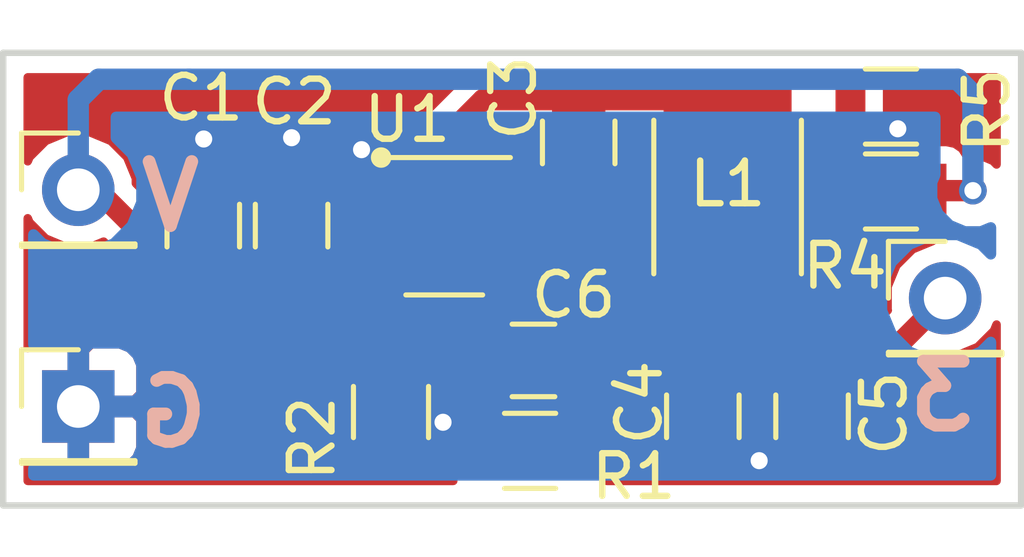
<source format=kicad_pcb>
(kicad_pcb (version 4) (host pcbnew 4.0.6-e0-6349~53~ubuntu16.04.1)

  (general
    (links 24)
    (no_connects 0)
    (area 130.044999 71.254999 154.055001 82.015001)
    (thickness 1.6)
    (drawings 7)
    (tracks 81)
    (zones 0)
    (modules 15)
    (nets 8)
  )

  (page A4)
  (layers
    (0 F.Cu signal)
    (31 B.Cu signal hide)
    (32 B.Adhes user)
    (33 F.Adhes user)
    (34 B.Paste user)
    (35 F.Paste user)
    (36 B.SilkS user)
    (37 F.SilkS user)
    (38 B.Mask user)
    (39 F.Mask user)
    (40 Dwgs.User user)
    (41 Cmts.User user)
    (42 Eco1.User user)
    (43 Eco2.User user)
    (44 Edge.Cuts user)
    (45 Margin user)
    (46 B.CrtYd user)
    (47 F.CrtYd user)
    (48 B.Fab user)
    (49 F.Fab user hide)
  )

  (setup
    (last_trace_width 0.5)
    (trace_clearance 0.2)
    (zone_clearance 0.4)
    (zone_45_only no)
    (trace_min 0.2)
    (segment_width 0.2)
    (edge_width 0.15)
    (via_size 0.65)
    (via_drill 0.4)
    (via_min_size 0.4)
    (via_min_drill 0.3)
    (uvia_size 0.3)
    (uvia_drill 0.1)
    (uvias_allowed no)
    (uvia_min_size 0.2)
    (uvia_min_drill 0.1)
    (pcb_text_width 0.3)
    (pcb_text_size 1.5 1.5)
    (mod_edge_width 0.15)
    (mod_text_size 1 1)
    (mod_text_width 0.15)
    (pad_size 1.7 1.7)
    (pad_drill 1)
    (pad_to_mask_clearance 0)
    (aux_axis_origin 0 0)
    (visible_elements FFFFFF7F)
    (pcbplotparams
      (layerselection 0x010f0_80000001)
      (usegerberextensions false)
      (excludeedgelayer true)
      (linewidth 0.100000)
      (plotframeref false)
      (viasonmask false)
      (mode 1)
      (useauxorigin false)
      (hpglpennumber 1)
      (hpglpenspeed 20)
      (hpglpendiameter 15)
      (hpglpenoverlay 2)
      (psnegative false)
      (psa4output false)
      (plotreference true)
      (plotvalue true)
      (plotinvisibletext false)
      (padsonsilk false)
      (subtractmaskfromsilk false)
      (outputformat 1)
      (mirror false)
      (drillshape 0)
      (scaleselection 1)
      (outputdirectory /tmp))
  )

  (net 0 "")
  (net 1 /3V3POWER/3V3)
  (net 2 /3V3POWER/VIN)
  (net 3 /3V3POWER/GND)
  (net 4 "Net-(C3-Pad2)")
  (net 5 "Net-(C6-Pad2)")
  (net 6 "Net-(C3-Pad1)")
  (net 7 "Net-(R4-Pad2)")

  (net_class Default "This is the default net class."
    (clearance 0.2)
    (trace_width 0.5)
    (via_dia 0.65)
    (via_drill 0.4)
    (uvia_dia 0.3)
    (uvia_drill 0.1)
    (add_net /3V3POWER/3V3)
    (add_net /3V3POWER/GND)
    (add_net /3V3POWER/VIN)
    (add_net "Net-(C3-Pad1)")
    (add_net "Net-(C3-Pad2)")
    (add_net "Net-(C6-Pad2)")
    (add_net "Net-(R4-Pad2)")
  )

  (module Capacitors_SMD:C_1812 (layer F.Cu) (tedit 5942D6E5) (tstamp 593EFAA5)
    (at 147.1 74.71 270)
    (descr "Capacitor SMD 1812, reflow soldering, AVX (see smccp.pdf)")
    (tags "capacitor 1812")
    (path /5931EE11/5931EF1A)
    (attr smd)
    (fp_text reference L1 (at -0.31 0 360) (layer F.SilkS)
      (effects (font (size 1 1) (thickness 0.15)))
    )
    (fp_text value 10uH (at 0 2.75 270) (layer F.Fab)
      (effects (font (size 1 1) (thickness 0.15)))
    )
    (fp_text user %R (at 0 -2.75 270) (layer F.Fab)
      (effects (font (size 1 1) (thickness 0.15)))
    )
    (fp_line (start -2.25 1.6) (end -2.25 -1.6) (layer F.Fab) (width 0.1))
    (fp_line (start 2.25 1.6) (end -2.25 1.6) (layer F.Fab) (width 0.1))
    (fp_line (start 2.25 -1.6) (end 2.25 1.6) (layer F.Fab) (width 0.1))
    (fp_line (start -2.25 -1.6) (end 2.25 -1.6) (layer F.Fab) (width 0.1))
    (fp_line (start 1.8 -1.73) (end -1.8 -1.73) (layer F.SilkS) (width 0.12))
    (fp_line (start -1.8 1.73) (end 1.8 1.73) (layer F.SilkS) (width 0.12))
    (fp_line (start -3.05 -1.85) (end 3.05 -1.85) (layer F.CrtYd) (width 0.05))
    (fp_line (start -3.05 -1.85) (end -3.05 1.85) (layer F.CrtYd) (width 0.05))
    (fp_line (start 3.05 1.85) (end 3.05 -1.85) (layer F.CrtYd) (width 0.05))
    (fp_line (start 3.05 1.85) (end -3.05 1.85) (layer F.CrtYd) (width 0.05))
    (pad 1 smd rect (at -2.3 0 270) (size 1 3) (layers F.Cu F.Paste F.Mask)
      (net 6 "Net-(C3-Pad1)"))
    (pad 2 smd rect (at 2.3 0 270) (size 1 3) (layers F.Cu F.Paste F.Mask)
      (net 1 /3V3POWER/3V3))
    (model Capacitors_SMD.3dshapes/C_1812.wrl
      (at (xyz 0 0 0))
      (scale (xyz 1 1 1))
      (rotate (xyz 0 0 0))
    )
  )

  (module Capacitors_SMD:C_0805 (layer F.Cu) (tedit 5931E63C) (tstamp 593EFAAB)
    (at 134.81 75.38 90)
    (descr "Capacitor SMD 0805, reflow soldering, AVX (see smccp.pdf)")
    (tags "capacitor 0805")
    (path /5931EE11/5931EE7B)
    (attr smd)
    (fp_text reference C1 (at 2.99 -0.05 180) (layer F.SilkS)
      (effects (font (size 1 1) (thickness 0.15)))
    )
    (fp_text value 10uF (at 0 1.75 90) (layer F.Fab)
      (effects (font (size 1 1) (thickness 0.15)))
    )
    (fp_text user %R (at 0 -1.5 90) (layer F.Fab)
      (effects (font (size 1 1) (thickness 0.15)))
    )
    (fp_line (start -1 0.62) (end -1 -0.62) (layer F.Fab) (width 0.1))
    (fp_line (start 1 0.62) (end -1 0.62) (layer F.Fab) (width 0.1))
    (fp_line (start 1 -0.62) (end 1 0.62) (layer F.Fab) (width 0.1))
    (fp_line (start -1 -0.62) (end 1 -0.62) (layer F.Fab) (width 0.1))
    (fp_line (start 0.5 -0.85) (end -0.5 -0.85) (layer F.SilkS) (width 0.12))
    (fp_line (start -0.5 0.85) (end 0.5 0.85) (layer F.SilkS) (width 0.12))
    (fp_line (start -1.75 -0.88) (end 1.75 -0.88) (layer F.CrtYd) (width 0.05))
    (fp_line (start -1.75 -0.88) (end -1.75 0.87) (layer F.CrtYd) (width 0.05))
    (fp_line (start 1.75 0.87) (end 1.75 -0.88) (layer F.CrtYd) (width 0.05))
    (fp_line (start 1.75 0.87) (end -1.75 0.87) (layer F.CrtYd) (width 0.05))
    (pad 1 smd rect (at -1 0 90) (size 1 1.25) (layers F.Cu F.Paste F.Mask)
      (net 2 /3V3POWER/VIN))
    (pad 2 smd rect (at 1 0 90) (size 1 1.25) (layers F.Cu F.Paste F.Mask)
      (net 3 /3V3POWER/GND))
    (model Capacitors_SMD.3dshapes/C_0805.wrl
      (at (xyz 0 0 0))
      (scale (xyz 1 1 1))
      (rotate (xyz 0 0 0))
    )
  )

  (module Capacitors_SMD:C_0805 (layer F.Cu) (tedit 5931E644) (tstamp 593EFAB1)
    (at 136.88 75.38 90)
    (descr "Capacitor SMD 0805, reflow soldering, AVX (see smccp.pdf)")
    (tags "capacitor 0805")
    (path /5931EE11/5931EEA0)
    (attr smd)
    (fp_text reference C2 (at 2.9 0.06 180) (layer F.SilkS)
      (effects (font (size 1 1) (thickness 0.15)))
    )
    (fp_text value 0.1uF (at 0 1.75 90) (layer F.Fab)
      (effects (font (size 1 1) (thickness 0.15)))
    )
    (fp_text user %R (at 0 -1.5 90) (layer F.Fab)
      (effects (font (size 1 1) (thickness 0.15)))
    )
    (fp_line (start -1 0.62) (end -1 -0.62) (layer F.Fab) (width 0.1))
    (fp_line (start 1 0.62) (end -1 0.62) (layer F.Fab) (width 0.1))
    (fp_line (start 1 -0.62) (end 1 0.62) (layer F.Fab) (width 0.1))
    (fp_line (start -1 -0.62) (end 1 -0.62) (layer F.Fab) (width 0.1))
    (fp_line (start 0.5 -0.85) (end -0.5 -0.85) (layer F.SilkS) (width 0.12))
    (fp_line (start -0.5 0.85) (end 0.5 0.85) (layer F.SilkS) (width 0.12))
    (fp_line (start -1.75 -0.88) (end 1.75 -0.88) (layer F.CrtYd) (width 0.05))
    (fp_line (start -1.75 -0.88) (end -1.75 0.87) (layer F.CrtYd) (width 0.05))
    (fp_line (start 1.75 0.87) (end 1.75 -0.88) (layer F.CrtYd) (width 0.05))
    (fp_line (start 1.75 0.87) (end -1.75 0.87) (layer F.CrtYd) (width 0.05))
    (pad 1 smd rect (at -1 0 90) (size 1 1.25) (layers F.Cu F.Paste F.Mask)
      (net 2 /3V3POWER/VIN))
    (pad 2 smd rect (at 1 0 90) (size 1 1.25) (layers F.Cu F.Paste F.Mask)
      (net 3 /3V3POWER/GND))
    (model Capacitors_SMD.3dshapes/C_0805.wrl
      (at (xyz 0 0 0))
      (scale (xyz 1 1 1))
      (rotate (xyz 0 0 0))
    )
  )

  (module Capacitors_SMD:C_0805 (layer F.Cu) (tedit 5931E2F4) (tstamp 593EFAB7)
    (at 143.61 73.43 270)
    (descr "Capacitor SMD 0805, reflow soldering, AVX (see smccp.pdf)")
    (tags "capacitor 0805")
    (path /5931EE11/5931EEEF)
    (attr smd)
    (fp_text reference C3 (at -1.04 1.53 270) (layer F.SilkS)
      (effects (font (size 1 1) (thickness 0.15)))
    )
    (fp_text value 0.1uF (at 0 1.75 270) (layer F.Fab)
      (effects (font (size 1 1) (thickness 0.15)))
    )
    (fp_text user %R (at 0 -1.5 270) (layer F.Fab)
      (effects (font (size 1 1) (thickness 0.15)))
    )
    (fp_line (start -1 0.62) (end -1 -0.62) (layer F.Fab) (width 0.1))
    (fp_line (start 1 0.62) (end -1 0.62) (layer F.Fab) (width 0.1))
    (fp_line (start 1 -0.62) (end 1 0.62) (layer F.Fab) (width 0.1))
    (fp_line (start -1 -0.62) (end 1 -0.62) (layer F.Fab) (width 0.1))
    (fp_line (start 0.5 -0.85) (end -0.5 -0.85) (layer F.SilkS) (width 0.12))
    (fp_line (start -0.5 0.85) (end 0.5 0.85) (layer F.SilkS) (width 0.12))
    (fp_line (start -1.75 -0.88) (end 1.75 -0.88) (layer F.CrtYd) (width 0.05))
    (fp_line (start -1.75 -0.88) (end -1.75 0.87) (layer F.CrtYd) (width 0.05))
    (fp_line (start 1.75 0.87) (end 1.75 -0.88) (layer F.CrtYd) (width 0.05))
    (fp_line (start 1.75 0.87) (end -1.75 0.87) (layer F.CrtYd) (width 0.05))
    (pad 1 smd rect (at -1 0 270) (size 1 1.25) (layers F.Cu F.Paste F.Mask)
      (net 6 "Net-(C3-Pad1)"))
    (pad 2 smd rect (at 1 0 270) (size 1 1.25) (layers F.Cu F.Paste F.Mask)
      (net 4 "Net-(C3-Pad2)"))
    (model Capacitors_SMD.3dshapes/C_0805.wrl
      (at (xyz 0 0 0))
      (scale (xyz 1 1 1))
      (rotate (xyz 0 0 0))
    )
  )

  (module Capacitors_SMD:C_0805 (layer F.Cu) (tedit 5942D740) (tstamp 593EFABD)
    (at 146.52 79.85 90)
    (descr "Capacitor SMD 0805, reflow soldering, AVX (see smccp.pdf)")
    (tags "capacitor 0805")
    (path /5931EE11/5931EF55)
    (attr smd)
    (fp_text reference C4 (at 0.32 -1.49 270) (layer F.SilkS)
      (effects (font (size 1 1) (thickness 0.15)))
    )
    (fp_text value 22uF (at 0 1.75 90) (layer F.Fab)
      (effects (font (size 1 1) (thickness 0.15)))
    )
    (fp_text user %R (at 0 -1.5 90) (layer F.Fab)
      (effects (font (size 1 1) (thickness 0.15)))
    )
    (fp_line (start -1 0.62) (end -1 -0.62) (layer F.Fab) (width 0.1))
    (fp_line (start 1 0.62) (end -1 0.62) (layer F.Fab) (width 0.1))
    (fp_line (start 1 -0.62) (end 1 0.62) (layer F.Fab) (width 0.1))
    (fp_line (start -1 -0.62) (end 1 -0.62) (layer F.Fab) (width 0.1))
    (fp_line (start 0.5 -0.85) (end -0.5 -0.85) (layer F.SilkS) (width 0.12))
    (fp_line (start -0.5 0.85) (end 0.5 0.85) (layer F.SilkS) (width 0.12))
    (fp_line (start -1.75 -0.88) (end 1.75 -0.88) (layer F.CrtYd) (width 0.05))
    (fp_line (start -1.75 -0.88) (end -1.75 0.87) (layer F.CrtYd) (width 0.05))
    (fp_line (start 1.75 0.87) (end 1.75 -0.88) (layer F.CrtYd) (width 0.05))
    (fp_line (start 1.75 0.87) (end -1.75 0.87) (layer F.CrtYd) (width 0.05))
    (pad 1 smd rect (at -1 0 90) (size 1 1.25) (layers F.Cu F.Paste F.Mask)
      (net 3 /3V3POWER/GND))
    (pad 2 smd rect (at 1 0 90) (size 1 1.25) (layers F.Cu F.Paste F.Mask)
      (net 1 /3V3POWER/3V3))
    (model Capacitors_SMD.3dshapes/C_0805.wrl
      (at (xyz 0 0 0))
      (scale (xyz 1 1 1))
      (rotate (xyz 0 0 0))
    )
  )

  (module Capacitors_SMD:C_0805 (layer F.Cu) (tedit 5931E318) (tstamp 593EFAC3)
    (at 149.08 79.85 90)
    (descr "Capacitor SMD 0805, reflow soldering, AVX (see smccp.pdf)")
    (tags "capacitor 0805")
    (path /5931EE11/5931EF84)
    (attr smd)
    (fp_text reference C5 (at 0.07 1.69 90) (layer F.SilkS)
      (effects (font (size 1 1) (thickness 0.15)))
    )
    (fp_text value 22uF (at 0 1.75 90) (layer F.Fab)
      (effects (font (size 1 1) (thickness 0.15)))
    )
    (fp_text user %R (at 0 -1.5 90) (layer F.Fab)
      (effects (font (size 1 1) (thickness 0.15)))
    )
    (fp_line (start -1 0.62) (end -1 -0.62) (layer F.Fab) (width 0.1))
    (fp_line (start 1 0.62) (end -1 0.62) (layer F.Fab) (width 0.1))
    (fp_line (start 1 -0.62) (end 1 0.62) (layer F.Fab) (width 0.1))
    (fp_line (start -1 -0.62) (end 1 -0.62) (layer F.Fab) (width 0.1))
    (fp_line (start 0.5 -0.85) (end -0.5 -0.85) (layer F.SilkS) (width 0.12))
    (fp_line (start -0.5 0.85) (end 0.5 0.85) (layer F.SilkS) (width 0.12))
    (fp_line (start -1.75 -0.88) (end 1.75 -0.88) (layer F.CrtYd) (width 0.05))
    (fp_line (start -1.75 -0.88) (end -1.75 0.87) (layer F.CrtYd) (width 0.05))
    (fp_line (start 1.75 0.87) (end 1.75 -0.88) (layer F.CrtYd) (width 0.05))
    (fp_line (start 1.75 0.87) (end -1.75 0.87) (layer F.CrtYd) (width 0.05))
    (pad 1 smd rect (at -1 0 90) (size 1 1.25) (layers F.Cu F.Paste F.Mask)
      (net 3 /3V3POWER/GND))
    (pad 2 smd rect (at 1 0 90) (size 1 1.25) (layers F.Cu F.Paste F.Mask)
      (net 1 /3V3POWER/3V3))
    (model Capacitors_SMD.3dshapes/C_0805.wrl
      (at (xyz 0 0 0))
      (scale (xyz 1 1 1))
      (rotate (xyz 0 0 0))
    )
  )

  (module Capacitors_SMD:C_0805 (layer F.Cu) (tedit 5931E2EA) (tstamp 593EFAC9)
    (at 142.55 78.54 180)
    (descr "Capacitor SMD 0805, reflow soldering, AVX (see smccp.pdf)")
    (tags "capacitor 0805")
    (path /5931EE11/5931F0A2)
    (attr smd)
    (fp_text reference C6 (at -0.94 1.53 180) (layer F.SilkS)
      (effects (font (size 1 1) (thickness 0.15)))
    )
    (fp_text value 56pF (at 0 1.75 180) (layer F.Fab)
      (effects (font (size 1 1) (thickness 0.15)))
    )
    (fp_text user %R (at 0 -1.5 180) (layer F.Fab)
      (effects (font (size 1 1) (thickness 0.15)))
    )
    (fp_line (start -1 0.62) (end -1 -0.62) (layer F.Fab) (width 0.1))
    (fp_line (start 1 0.62) (end -1 0.62) (layer F.Fab) (width 0.1))
    (fp_line (start 1 -0.62) (end 1 0.62) (layer F.Fab) (width 0.1))
    (fp_line (start -1 -0.62) (end 1 -0.62) (layer F.Fab) (width 0.1))
    (fp_line (start 0.5 -0.85) (end -0.5 -0.85) (layer F.SilkS) (width 0.12))
    (fp_line (start -0.5 0.85) (end 0.5 0.85) (layer F.SilkS) (width 0.12))
    (fp_line (start -1.75 -0.88) (end 1.75 -0.88) (layer F.CrtYd) (width 0.05))
    (fp_line (start -1.75 -0.88) (end -1.75 0.87) (layer F.CrtYd) (width 0.05))
    (fp_line (start 1.75 0.87) (end 1.75 -0.88) (layer F.CrtYd) (width 0.05))
    (fp_line (start 1.75 0.87) (end -1.75 0.87) (layer F.CrtYd) (width 0.05))
    (pad 1 smd rect (at -1 0 180) (size 1 1.25) (layers F.Cu F.Paste F.Mask)
      (net 1 /3V3POWER/3V3))
    (pad 2 smd rect (at 1 0 180) (size 1 1.25) (layers F.Cu F.Paste F.Mask)
      (net 5 "Net-(C6-Pad2)"))
    (model Capacitors_SMD.3dshapes/C_0805.wrl
      (at (xyz 0 0 0))
      (scale (xyz 1 1 1))
      (rotate (xyz 0 0 0))
    )
  )

  (module Socket_Strips:Socket_Strip_Straight_1x01_Pitch2.54mm (layer F.Cu) (tedit 5931E332) (tstamp 593EFACE)
    (at 131.88 74.54)
    (descr "Through hole straight socket strip, 1x01, 2.54mm pitch, single row")
    (tags "Through hole socket strip THT 1x01 2.54mm single row")
    (path /5931F66E)
    (fp_text reference J1 (at 0 -2.33) (layer F.SilkS) hide
      (effects (font (size 1 1) (thickness 0.15)))
    )
    (fp_text value CONN_01X01 (at 3.92 -0.08) (layer F.Fab)
      (effects (font (size 1 1) (thickness 0.15)))
    )
    (fp_line (start -1.27 -1.27) (end -1.27 1.27) (layer F.Fab) (width 0.1))
    (fp_line (start -1.27 1.27) (end 1.27 1.27) (layer F.Fab) (width 0.1))
    (fp_line (start 1.27 1.27) (end 1.27 -1.27) (layer F.Fab) (width 0.1))
    (fp_line (start 1.27 -1.27) (end -1.27 -1.27) (layer F.Fab) (width 0.1))
    (fp_line (start -1.33 1.27) (end -1.33 1.33) (layer F.SilkS) (width 0.12))
    (fp_line (start -1.33 1.33) (end 1.33 1.33) (layer F.SilkS) (width 0.12))
    (fp_line (start 1.33 1.33) (end 1.33 1.27) (layer F.SilkS) (width 0.12))
    (fp_line (start 1.33 1.27) (end -1.33 1.27) (layer F.SilkS) (width 0.12))
    (fp_line (start -1.33 0) (end -1.33 -1.33) (layer F.SilkS) (width 0.12))
    (fp_line (start -1.33 -1.33) (end 0 -1.33) (layer F.SilkS) (width 0.12))
    (fp_line (start -1.55 -1.55) (end -1.55 1.55) (layer F.CrtYd) (width 0.05))
    (fp_line (start -1.55 1.55) (end 1.55 1.55) (layer F.CrtYd) (width 0.05))
    (fp_line (start 1.55 1.55) (end 1.55 -1.55) (layer F.CrtYd) (width 0.05))
    (fp_line (start 1.55 -1.55) (end -1.55 -1.55) (layer F.CrtYd) (width 0.05))
    (pad 1 thru_hole circle (at 0 0) (size 1.7 1.7) (drill 1) (layers *.Cu *.Mask)
      (net 2 /3V3POWER/VIN))
    (model Socket_Strips.3dshapes/Socket_Strip_Straight_1x01_Pitch2.54mm.wrl
      (at (xyz 0 0 0))
      (scale (xyz 1 1 1))
      (rotate (xyz 0 0 270))
    )
  )

  (module Socket_Strips:Socket_Strip_Straight_1x01_Pitch2.54mm (layer F.Cu) (tedit 5931E350) (tstamp 593EFAD3)
    (at 152.2 77.08)
    (descr "Through hole straight socket strip, 1x01, 2.54mm pitch, single row")
    (tags "Through hole socket strip THT 1x01 2.54mm single row")
    (path /5931F6D6)
    (fp_text reference J2 (at 0 -2.33) (layer F.SilkS) hide
      (effects (font (size 1 1) (thickness 0.15)))
    )
    (fp_text value CONN_01X01 (at -3.8 1.26) (layer F.Fab)
      (effects (font (size 1 1) (thickness 0.15)))
    )
    (fp_line (start -1.27 -1.27) (end -1.27 1.27) (layer F.Fab) (width 0.1))
    (fp_line (start -1.27 1.27) (end 1.27 1.27) (layer F.Fab) (width 0.1))
    (fp_line (start 1.27 1.27) (end 1.27 -1.27) (layer F.Fab) (width 0.1))
    (fp_line (start 1.27 -1.27) (end -1.27 -1.27) (layer F.Fab) (width 0.1))
    (fp_line (start -1.33 1.27) (end -1.33 1.33) (layer F.SilkS) (width 0.12))
    (fp_line (start -1.33 1.33) (end 1.33 1.33) (layer F.SilkS) (width 0.12))
    (fp_line (start 1.33 1.33) (end 1.33 1.27) (layer F.SilkS) (width 0.12))
    (fp_line (start 1.33 1.27) (end -1.33 1.27) (layer F.SilkS) (width 0.12))
    (fp_line (start -1.33 0) (end -1.33 -1.33) (layer F.SilkS) (width 0.12))
    (fp_line (start -1.33 -1.33) (end 0 -1.33) (layer F.SilkS) (width 0.12))
    (fp_line (start -1.55 -1.55) (end -1.55 1.55) (layer F.CrtYd) (width 0.05))
    (fp_line (start -1.55 1.55) (end 1.55 1.55) (layer F.CrtYd) (width 0.05))
    (fp_line (start 1.55 1.55) (end 1.55 -1.55) (layer F.CrtYd) (width 0.05))
    (fp_line (start 1.55 -1.55) (end -1.55 -1.55) (layer F.CrtYd) (width 0.05))
    (pad 1 thru_hole circle (at 0 0) (size 1.7 1.7) (drill 1) (layers *.Cu *.Mask)
      (net 1 /3V3POWER/3V3))
    (model Socket_Strips.3dshapes/Socket_Strip_Straight_1x01_Pitch2.54mm.wrl
      (at (xyz 0 0 0))
      (scale (xyz 1 1 1))
      (rotate (xyz 0 0 270))
    )
  )

  (module Socket_Strips:Socket_Strip_Straight_1x01_Pitch2.54mm (layer F.Cu) (tedit 5931E487) (tstamp 593EFAD8)
    (at 131.88 79.62)
    (descr "Through hole straight socket strip, 1x01, 2.54mm pitch, single row")
    (tags "Through hole socket strip THT 1x01 2.54mm single row")
    (path /5931F69F)
    (fp_text reference J3 (at 0 -2.33) (layer F.SilkS) hide
      (effects (font (size 1 1) (thickness 0.15)))
    )
    (fp_text value CONN_01X01 (at 3.86 -0.15) (layer F.Fab)
      (effects (font (size 1 1) (thickness 0.15)))
    )
    (fp_line (start -1.27 -1.27) (end -1.27 1.27) (layer F.Fab) (width 0.1))
    (fp_line (start -1.27 1.27) (end 1.27 1.27) (layer F.Fab) (width 0.1))
    (fp_line (start 1.27 1.27) (end 1.27 -1.27) (layer F.Fab) (width 0.1))
    (fp_line (start 1.27 -1.27) (end -1.27 -1.27) (layer F.Fab) (width 0.1))
    (fp_line (start -1.33 1.27) (end -1.33 1.33) (layer F.SilkS) (width 0.12))
    (fp_line (start -1.33 1.33) (end 1.33 1.33) (layer F.SilkS) (width 0.12))
    (fp_line (start 1.33 1.33) (end 1.33 1.27) (layer F.SilkS) (width 0.12))
    (fp_line (start 1.33 1.27) (end -1.33 1.27) (layer F.SilkS) (width 0.12))
    (fp_line (start -1.33 0) (end -1.33 -1.33) (layer F.SilkS) (width 0.12))
    (fp_line (start -1.33 -1.33) (end 0 -1.33) (layer F.SilkS) (width 0.12))
    (fp_line (start -1.55 -1.55) (end -1.55 1.55) (layer F.CrtYd) (width 0.05))
    (fp_line (start -1.55 1.55) (end 1.55 1.55) (layer F.CrtYd) (width 0.05))
    (fp_line (start 1.55 1.55) (end 1.55 -1.55) (layer F.CrtYd) (width 0.05))
    (fp_line (start 1.55 -1.55) (end -1.55 -1.55) (layer F.CrtYd) (width 0.05))
    (pad 1 thru_hole rect (at 0 0) (size 1.7 1.7) (drill 1) (layers *.Cu *.Mask)
      (net 3 /3V3POWER/GND) (zone_connect 1))
    (model Socket_Strips.3dshapes/Socket_Strip_Straight_1x01_Pitch2.54mm.wrl
      (at (xyz 0 0 0))
      (scale (xyz 1 1 1))
      (rotate (xyz 0 0 270))
    )
  )

  (module Resistors_SMD:R_0805 (layer F.Cu) (tedit 5942D733) (tstamp 593EFAE4)
    (at 142.47 80.66 180)
    (descr "Resistor SMD 0805, reflow soldering, Vishay (see dcrcw.pdf)")
    (tags "resistor 0805")
    (path /5931EE11/5931F03A)
    (attr smd)
    (fp_text reference R1 (at -2.43 -0.6 180) (layer F.SilkS)
      (effects (font (size 1 1) (thickness 0.15)))
    )
    (fp_text value 100K (at 0 1.75 180) (layer F.Fab)
      (effects (font (size 1 1) (thickness 0.15)))
    )
    (fp_text user %R (at 0 -1.65 180) (layer F.Fab)
      (effects (font (size 1 1) (thickness 0.15)))
    )
    (fp_line (start -1 0.62) (end -1 -0.62) (layer F.Fab) (width 0.1))
    (fp_line (start 1 0.62) (end -1 0.62) (layer F.Fab) (width 0.1))
    (fp_line (start 1 -0.62) (end 1 0.62) (layer F.Fab) (width 0.1))
    (fp_line (start -1 -0.62) (end 1 -0.62) (layer F.Fab) (width 0.1))
    (fp_line (start 0.6 0.88) (end -0.6 0.88) (layer F.SilkS) (width 0.12))
    (fp_line (start -0.6 -0.88) (end 0.6 -0.88) (layer F.SilkS) (width 0.12))
    (fp_line (start -1.55 -0.9) (end 1.55 -0.9) (layer F.CrtYd) (width 0.05))
    (fp_line (start -1.55 -0.9) (end -1.55 0.9) (layer F.CrtYd) (width 0.05))
    (fp_line (start 1.55 0.9) (end 1.55 -0.9) (layer F.CrtYd) (width 0.05))
    (fp_line (start 1.55 0.9) (end -1.55 0.9) (layer F.CrtYd) (width 0.05))
    (pad 1 smd rect (at -0.95 0 180) (size 0.7 1.3) (layers F.Cu F.Paste F.Mask)
      (net 1 /3V3POWER/3V3))
    (pad 2 smd rect (at 0.95 0 180) (size 0.7 1.3) (layers F.Cu F.Paste F.Mask)
      (net 5 "Net-(C6-Pad2)"))
    (model Resistors_SMD.3dshapes/R_0805.wrl
      (at (xyz 0 0 0))
      (scale (xyz 1 1 1))
      (rotate (xyz 0 0 0))
    )
  )

  (module Resistors_SMD:R_0805 (layer F.Cu) (tedit 5942D724) (tstamp 593EFAEA)
    (at 139.21 79.75 270)
    (descr "Resistor SMD 0805, reflow soldering, Vishay (see dcrcw.pdf)")
    (tags "resistor 0805")
    (path /5931EE11/5931F073)
    (attr smd)
    (fp_text reference R2 (at 0.62 1.85 450) (layer F.SilkS)
      (effects (font (size 1 1) (thickness 0.15)))
    )
    (fp_text value 22.1K (at 0 1.75 270) (layer F.Fab)
      (effects (font (size 1 1) (thickness 0.15)))
    )
    (fp_text user %R (at 0 -1.65 270) (layer F.Fab)
      (effects (font (size 1 1) (thickness 0.15)))
    )
    (fp_line (start -1 0.62) (end -1 -0.62) (layer F.Fab) (width 0.1))
    (fp_line (start 1 0.62) (end -1 0.62) (layer F.Fab) (width 0.1))
    (fp_line (start 1 -0.62) (end 1 0.62) (layer F.Fab) (width 0.1))
    (fp_line (start -1 -0.62) (end 1 -0.62) (layer F.Fab) (width 0.1))
    (fp_line (start 0.6 0.88) (end -0.6 0.88) (layer F.SilkS) (width 0.12))
    (fp_line (start -0.6 -0.88) (end 0.6 -0.88) (layer F.SilkS) (width 0.12))
    (fp_line (start -1.55 -0.9) (end 1.55 -0.9) (layer F.CrtYd) (width 0.05))
    (fp_line (start -1.55 -0.9) (end -1.55 0.9) (layer F.CrtYd) (width 0.05))
    (fp_line (start 1.55 0.9) (end 1.55 -0.9) (layer F.CrtYd) (width 0.05))
    (fp_line (start 1.55 0.9) (end -1.55 0.9) (layer F.CrtYd) (width 0.05))
    (pad 1 smd rect (at -0.95 0 270) (size 0.7 1.3) (layers F.Cu F.Paste F.Mask)
      (net 5 "Net-(C6-Pad2)"))
    (pad 2 smd rect (at 0.95 0 270) (size 0.7 1.3) (layers F.Cu F.Paste F.Mask)
      (net 3 /3V3POWER/GND))
    (model Resistors_SMD.3dshapes/R_0805.wrl
      (at (xyz 0 0 0))
      (scale (xyz 1 1 1))
      (rotate (xyz 0 0 0))
    )
  )

  (module TO_SOT_Packages_SMD:SOT-23-6 (layer F.Cu) (tedit 5939AC15) (tstamp 593EFAF4)
    (at 140.458095 75.395)
    (descr "6-pin SOT-23 package")
    (tags SOT-23-6)
    (path /5931EE11/5931EE1A)
    (attr smd)
    (fp_text reference U1 (at -0.868095 -2.505) (layer F.SilkS)
      (effects (font (size 1 1) (thickness 0.15)))
    )
    (fp_text value TPS54202 (at 0 2.9) (layer F.Fab)
      (effects (font (size 1 1) (thickness 0.15)))
    )
    (fp_circle (center -1.48 -1.61) (end -1.62 -1.61) (layer F.SilkS) (width 0.2))
    (fp_line (start -0.9 1.61) (end 0.9 1.61) (layer F.SilkS) (width 0.12))
    (fp_line (start 1.55 -1.61) (end -1.55 -1.61) (layer F.SilkS) (width 0.12))
    (fp_line (start 1.9 -1.8) (end -1.9 -1.8) (layer F.CrtYd) (width 0.05))
    (fp_line (start 1.9 1.8) (end 1.9 -1.8) (layer F.CrtYd) (width 0.05))
    (fp_line (start -1.9 1.8) (end 1.9 1.8) (layer F.CrtYd) (width 0.05))
    (fp_line (start -1.9 -1.8) (end -1.9 1.8) (layer F.CrtYd) (width 0.05))
    (fp_line (start -0.9 -0.9) (end -0.25 -1.55) (layer F.Fab) (width 0.1))
    (fp_line (start 0.9 -1.55) (end -0.25 -1.55) (layer F.Fab) (width 0.1))
    (fp_line (start -0.9 -0.9) (end -0.9 1.55) (layer F.Fab) (width 0.1))
    (fp_line (start 0.9 1.55) (end -0.9 1.55) (layer F.Fab) (width 0.1))
    (fp_line (start 0.9 -1.55) (end 0.9 1.55) (layer F.Fab) (width 0.1))
    (pad 1 smd rect (at -1.1 -0.95) (size 1.06 0.6) (layers F.Cu F.Paste F.Mask)
      (net 3 /3V3POWER/GND))
    (pad 2 smd rect (at -1.1 0) (size 1.06 0.6) (layers F.Cu F.Paste F.Mask)
      (net 6 "Net-(C3-Pad1)"))
    (pad 3 smd rect (at -1.1 0.95) (size 1.06 0.6) (layers F.Cu F.Paste F.Mask)
      (net 2 /3V3POWER/VIN))
    (pad 4 smd rect (at 1.1 0.95) (size 1.06 0.6) (layers F.Cu F.Paste F.Mask)
      (net 5 "Net-(C6-Pad2)"))
    (pad 6 smd rect (at 1.1 -0.95) (size 1.06 0.6) (layers F.Cu F.Paste F.Mask)
      (net 4 "Net-(C3-Pad2)"))
    (pad 5 smd rect (at 1.1 0) (size 1.06 0.6) (layers F.Cu F.Paste F.Mask)
      (net 7 "Net-(R4-Pad2)"))
    (model TO_SOT_Packages_SMD.3dshapes/SOT-23-6.wrl
      (at (xyz 0 0 0))
      (scale (xyz 1 1 1))
      (rotate (xyz 0 0 0))
    )
  )

  (module Resistors_SMD:R_0805 (layer F.Cu) (tedit 5942D69E) (tstamp 5941D8C1)
    (at 150.93 74.58 180)
    (descr "Resistor SMD 0805, reflow soldering, Vishay (see dcrcw.pdf)")
    (tags "resistor 0805")
    (path /5931EE11/5941CFB3)
    (attr smd)
    (fp_text reference R4 (at 1.08 -1.75 360) (layer F.SilkS)
      (effects (font (size 1 1) (thickness 0.15)))
    )
    (fp_text value 330K (at 0 1.75 180) (layer F.Fab)
      (effects (font (size 1 1) (thickness 0.15)))
    )
    (fp_text user %R (at 0 -1.65 180) (layer F.Fab)
      (effects (font (size 1 1) (thickness 0.15)))
    )
    (fp_line (start -1 0.62) (end -1 -0.62) (layer F.Fab) (width 0.1))
    (fp_line (start 1 0.62) (end -1 0.62) (layer F.Fab) (width 0.1))
    (fp_line (start 1 -0.62) (end 1 0.62) (layer F.Fab) (width 0.1))
    (fp_line (start -1 -0.62) (end 1 -0.62) (layer F.Fab) (width 0.1))
    (fp_line (start 0.6 0.88) (end -0.6 0.88) (layer F.SilkS) (width 0.12))
    (fp_line (start -0.6 -0.88) (end 0.6 -0.88) (layer F.SilkS) (width 0.12))
    (fp_line (start -1.55 -0.9) (end 1.55 -0.9) (layer F.CrtYd) (width 0.05))
    (fp_line (start -1.55 -0.9) (end -1.55 0.9) (layer F.CrtYd) (width 0.05))
    (fp_line (start 1.55 0.9) (end 1.55 -0.9) (layer F.CrtYd) (width 0.05))
    (fp_line (start 1.55 0.9) (end -1.55 0.9) (layer F.CrtYd) (width 0.05))
    (pad 1 smd rect (at -0.95 0 180) (size 0.7 1.3) (layers F.Cu F.Paste F.Mask)
      (net 2 /3V3POWER/VIN))
    (pad 2 smd rect (at 0.95 0 180) (size 0.7 1.3) (layers F.Cu F.Paste F.Mask)
      (net 7 "Net-(R4-Pad2)"))
    (model Resistors_SMD.3dshapes/R_0805.wrl
      (at (xyz 0 0 0))
      (scale (xyz 1 1 1))
      (rotate (xyz 0 0 0))
    )
  )

  (module Resistors_SMD:R_0805 (layer F.Cu) (tedit 5942D6A4) (tstamp 5941D8D2)
    (at 150.93 72.59)
    (descr "Resistor SMD 0805, reflow soldering, Vishay (see dcrcw.pdf)")
    (tags "resistor 0805")
    (path /5931EE11/5941CFEA)
    (attr smd)
    (fp_text reference R5 (at 2.25 0.09 90) (layer F.SilkS)
      (effects (font (size 1 1) (thickness 0.15)))
    )
    (fp_text value 21K (at 0 1.75) (layer F.Fab)
      (effects (font (size 1 1) (thickness 0.15)))
    )
    (fp_text user %R (at 0 -1.65) (layer F.Fab)
      (effects (font (size 1 1) (thickness 0.15)))
    )
    (fp_line (start -1 0.62) (end -1 -0.62) (layer F.Fab) (width 0.1))
    (fp_line (start 1 0.62) (end -1 0.62) (layer F.Fab) (width 0.1))
    (fp_line (start 1 -0.62) (end 1 0.62) (layer F.Fab) (width 0.1))
    (fp_line (start -1 -0.62) (end 1 -0.62) (layer F.Fab) (width 0.1))
    (fp_line (start 0.6 0.88) (end -0.6 0.88) (layer F.SilkS) (width 0.12))
    (fp_line (start -0.6 -0.88) (end 0.6 -0.88) (layer F.SilkS) (width 0.12))
    (fp_line (start -1.55 -0.9) (end 1.55 -0.9) (layer F.CrtYd) (width 0.05))
    (fp_line (start -1.55 -0.9) (end -1.55 0.9) (layer F.CrtYd) (width 0.05))
    (fp_line (start 1.55 0.9) (end 1.55 -0.9) (layer F.CrtYd) (width 0.05))
    (fp_line (start 1.55 0.9) (end -1.55 0.9) (layer F.CrtYd) (width 0.05))
    (pad 1 smd rect (at -0.95 0) (size 0.7 1.3) (layers F.Cu F.Paste F.Mask)
      (net 7 "Net-(R4-Pad2)"))
    (pad 2 smd rect (at 0.95 0) (size 0.7 1.3) (layers F.Cu F.Paste F.Mask)
      (net 3 /3V3POWER/GND))
    (model Resistors_SMD.3dshapes/R_0805.wrl
      (at (xyz 0 0 0))
      (scale (xyz 1 1 1))
      (rotate (xyz 0 0 0))
    )
  )

  (gr_text 3 (at 152.12 79.38) (layer B.SilkS)
    (effects (font (size 1.5 1.5) (thickness 0.3)) (justify mirror))
  )
  (gr_text V (at 134.04 74.7) (layer B.SilkS)
    (effects (font (size 1.5 1.5) (thickness 0.3)) (justify mirror))
  )
  (gr_text G (at 134.11 79.76) (layer B.SilkS)
    (effects (font (size 1.5 1.5) (thickness 0.3)) (justify mirror))
  )
  (gr_line (start 153.98 81.94) (end 153.98 71.33) (angle 90) (layer Edge.Cuts) (width 0.15))
  (gr_line (start 130.12 81.94) (end 153.98 81.94) (angle 90) (layer Edge.Cuts) (width 0.15))
  (gr_line (start 130.12 71.33) (end 130.12 81.89) (angle 90) (layer Edge.Cuts) (width 0.15))
  (gr_line (start 153.98 71.33) (end 130.12 71.33) (angle 90) (layer Edge.Cuts) (width 0.15))

  (segment (start 146.52 78.85) (end 149.08 78.85) (width 0.5) (layer F.Cu) (net 1) (status 30))
  (segment (start 146.52 78.85) (end 146.52 77.59) (width 0.5) (layer F.Cu) (net 1) (status 10))
  (segment (start 146.52 77.59) (end 147.1 77.01) (width 0.5) (layer F.Cu) (net 1) (tstamp 593EFD0E) (status 20))
  (segment (start 149.08 78.85) (end 150.43 78.85) (width 0.5) (layer F.Cu) (net 1) (status 10))
  (segment (start 150.43 78.85) (end 152.2 77.08) (width 0.5) (layer F.Cu) (net 1) (status 20))
  (segment (start 146.52 78.85) (end 143.86 78.85) (width 0.5) (layer F.Cu) (net 1) (status 30))
  (segment (start 143.86 78.85) (end 143.55 78.54) (width 0.5) (layer F.Cu) (net 1) (status 30))
  (segment (start 143.55 78.54) (end 143.55 80.53) (width 0.5) (layer F.Cu) (net 1) (status 30))
  (segment (start 143.55 80.53) (end 143.42 80.66) (width 0.5) (layer F.Cu) (net 1) (status 30))
  (segment (start 134.47 71.95) (end 132.36 71.95) (width 0.5) (layer B.Cu) (net 2))
  (segment (start 152.85 72.31) (end 152.85 74.56) (width 0.5) (layer B.Cu) (net 2) (tstamp 5942D5EF))
  (segment (start 151.9 74.56) (end 152.85 74.56) (width 0.5) (layer F.Cu) (net 2) (status 20))
  (segment (start 134.47 71.95) (end 152.49 71.95) (width 0.5) (layer B.Cu) (net 2))
  (via (at 152.85 74.56) (size 0.65) (drill 0.4) (layers F.Cu B.Cu) (net 2))
  (segment (start 152.49 71.95) (end 152.85 72.31) (width 0.5) (layer B.Cu) (net 2))
  (segment (start 131.88 72.43) (end 131.88 74.54) (width 0.5) (layer B.Cu) (net 2) (tstamp 5942E369))
  (segment (start 132.36 71.95) (end 131.88 72.43) (width 0.5) (layer B.Cu) (net 2) (tstamp 5942E365))
  (segment (start 151.9 74.56) (end 151.88 74.58) (width 0.5) (layer F.Cu) (net 2) (status 30))
  (segment (start 134.81 76.38) (end 134.16 76.38) (width 0.5) (layer F.Cu) (net 2) (status 10))
  (segment (start 134.16 76.38) (end 132.32 74.54) (width 0.5) (layer F.Cu) (net 2) (tstamp 593CD5B9) (status 20))
  (segment (start 132.32 74.54) (end 131.88 74.54) (width 0.5) (layer F.Cu) (net 2) (tstamp 593CD5BA) (status 30))
  (segment (start 136.88 76.38) (end 139.323095 76.38) (width 0.5) (layer F.Cu) (net 2) (status 30))
  (segment (start 139.323095 76.38) (end 139.358095 76.345) (width 0.5) (layer F.Cu) (net 2) (status 30))
  (segment (start 134.81 76.38) (end 136.88 76.38) (width 0.5) (layer F.Cu) (net 2) (status 30))
  (segment (start 139.358095 74.445) (end 139.358095 74.438095) (width 0.5) (layer F.Cu) (net 3))
  (segment (start 139.358095 74.438095) (end 138.52 73.6) (width 0.5) (layer F.Cu) (net 3))
  (via (at 138.52 73.6) (size 0.65) (drill 0.4) (layers F.Cu B.Cu) (net 3))
  (segment (start 151.09 73.11) (end 147.84 76.36) (width 0.5) (layer B.Cu) (net 3))
  (via (at 151.09 73.11) (size 0.65) (drill 0.4) (layers F.Cu B.Cu) (net 3))
  (segment (start 151.61 72.59) (end 151.09 73.11) (width 0.5) (layer F.Cu) (net 3))
  (segment (start 147.84 76.36) (end 147.84 80.89) (width 0.5) (layer B.Cu) (net 3))
  (segment (start 151.88 72.59) (end 151.61 72.59) (width 0.25) (layer F.Cu) (net 3))
  (segment (start 141.33 80.89) (end 137.12 80.89) (width 0.5) (layer B.Cu) (net 3))
  (segment (start 137.12 80.89) (end 135.83 79.6) (width 0.5) (layer B.Cu) (net 3))
  (segment (start 147.84 80.89) (end 141.33 80.89) (width 0.5) (layer B.Cu) (net 3))
  (segment (start 141.33 80.89) (end 140.43 79.99) (width 0.5) (layer B.Cu) (net 3))
  (segment (start 139.21 80.7) (end 139.72 80.7) (width 0.5) (layer F.Cu) (net 3) (status 30))
  (segment (start 139.72 80.7) (end 140.43 79.99) (width 0.5) (layer F.Cu) (net 3) (status 10))
  (via (at 140.43 79.99) (size 0.65) (drill 0.4) (layers F.Cu B.Cu) (net 3))
  (segment (start 135.83 73.32) (end 135.83 79.6) (width 0.5) (layer B.Cu) (net 3))
  (segment (start 135.83 73.32) (end 134.85 73.32) (width 0.5) (layer B.Cu) (net 3))
  (segment (start 136.88 73.32) (end 135.83 73.32) (width 0.5) (layer B.Cu) (net 3))
  (segment (start 135.81 79.62) (end 131.88 79.62) (width 0.5) (layer B.Cu) (net 3) (status 20))
  (segment (start 135.83 79.6) (end 135.81 79.62) (width 0.5) (layer B.Cu) (net 3))
  (segment (start 146.52 80.85) (end 147.8 80.85) (width 0.5) (layer F.Cu) (net 3) (status 10))
  (segment (start 147.8 80.85) (end 147.84 80.89) (width 0.5) (layer F.Cu) (net 3))
  (segment (start 149.08 80.85) (end 147.88 80.85) (width 0.5) (layer F.Cu) (net 3) (status 10))
  (segment (start 147.88 80.85) (end 147.84 80.89) (width 0.5) (layer F.Cu) (net 3))
  (via (at 147.84 80.89) (size 0.65) (drill 0.4) (layers F.Cu B.Cu) (net 3))
  (segment (start 134.85 73.32) (end 134.82 73.35) (width 0.5) (layer B.Cu) (net 3))
  (segment (start 136.88 74.38) (end 136.88 73.32) (width 0.5) (layer F.Cu) (net 3) (status 10))
  (via (at 136.88 73.32) (size 0.65) (drill 0.4) (layers F.Cu B.Cu) (net 3))
  (segment (start 134.81 74.38) (end 134.81 73.36) (width 0.5) (layer F.Cu) (net 3) (status 10))
  (segment (start 134.81 73.36) (end 134.82 73.35) (width 0.5) (layer F.Cu) (net 3))
  (via (at 134.82 73.35) (size 0.65) (drill 0.4) (layers F.Cu B.Cu) (net 3))
  (segment (start 136.88 74.38) (end 139.293095 74.38) (width 0.5) (layer F.Cu) (net 3) (status 30))
  (segment (start 139.293095 74.38) (end 139.358095 74.445) (width 0.5) (layer F.Cu) (net 3) (status 30))
  (segment (start 134.81 74.38) (end 136.88 74.38) (width 0.5) (layer F.Cu) (net 3) (status 30))
  (segment (start 143.61 74.43) (end 141.573095 74.43) (width 0.5) (layer F.Cu) (net 4) (status 30))
  (segment (start 141.573095 74.43) (end 141.558095 74.445) (width 0.5) (layer F.Cu) (net 4) (status 30))
  (segment (start 139.28 78.87) (end 141.22 78.87) (width 0.5) (layer F.Cu) (net 5) (status 30))
  (segment (start 141.22 78.87) (end 141.55 78.54) (width 0.5) (layer F.Cu) (net 5) (status 30))
  (segment (start 141.55 78.54) (end 141.55 80.63) (width 0.5) (layer F.Cu) (net 5) (status 30))
  (segment (start 141.55 80.63) (end 141.52 80.66) (width 0.5) (layer F.Cu) (net 5) (status 30))
  (segment (start 141.558095 76.345) (end 141.558095 78.531905) (width 0.5) (layer F.Cu) (net 5) (status 30))
  (segment (start 141.558095 78.531905) (end 141.55 78.54) (width 0.5) (layer F.Cu) (net 5) (status 30))
  (segment (start 143.61 72.43) (end 147.08 72.43) (width 0.5) (layer F.Cu) (net 6) (status 30))
  (segment (start 147.08 72.43) (end 147.1 72.41) (width 0.5) (layer F.Cu) (net 6) (status 30))
  (segment (start 139.358095 75.395) (end 140.073097 75.395) (width 0.5) (layer F.Cu) (net 6) (status 10))
  (segment (start 141.368093 72.43) (end 143.61 72.43) (width 0.5) (layer F.Cu) (net 6) (status 20))
  (segment (start 140.073097 75.395) (end 140.468094 75.000003) (width 0.5) (layer F.Cu) (net 6))
  (segment (start 140.468094 75.000003) (end 140.468094 73.329999) (width 0.5) (layer F.Cu) (net 6))
  (segment (start 140.468094 73.329999) (end 141.368093 72.43) (width 0.5) (layer F.Cu) (net 6))
  (segment (start 149.98 74.58) (end 149.98 73.55) (width 0.5) (layer F.Cu) (net 7))
  (segment (start 149.98 73.55) (end 149.98 72.59) (width 0.5) (layer F.Cu) (net 7))
  (segment (start 146.64 73.55) (end 149.98 73.55) (width 0.5) (layer F.Cu) (net 7))
  (segment (start 144.6 75.59) (end 146.64 73.55) (width 0.5) (layer F.Cu) (net 7))
  (segment (start 142.195 75.395) (end 142.39 75.59) (width 0.5) (layer F.Cu) (net 7))
  (segment (start 142.39 75.59) (end 144.6 75.59) (width 0.5) (layer F.Cu) (net 7))
  (segment (start 141.558095 75.395) (end 142.195 75.395) (width 0.5) (layer F.Cu) (net 7))
  (segment (start 141.558095 75.395) (end 142.045 75.395) (width 0.5) (layer F.Cu) (net 7))

  (zone (net 3) (net_name /3V3POWER/GND) (layer B.Cu) (tstamp 593EFC9F) (hatch edge 0.508)
    (connect_pads yes (clearance 0.508))
    (min_thickness 0.254)
    (fill yes (arc_segments 16) (thermal_gap 0.508) (thermal_bridge_width 0.508))
    (polygon
      (pts
        (xy 153.95 71.31) (xy 153.97 81.94) (xy 130.12 81.95) (xy 130.14 71.36)
      )
    )
    (filled_polygon
      (pts
        (xy 151.965 74.187988) (xy 151.890167 74.368206) (xy 151.889833 74.750118) (xy 152.035677 75.103086) (xy 152.305493 75.373374)
        (xy 152.658206 75.519833) (xy 153.040118 75.520167) (xy 153.27 75.425181) (xy 153.27 76.049927) (xy 153.042283 75.821812)
        (xy 152.496681 75.595258) (xy 151.905911 75.594743) (xy 151.359914 75.820344) (xy 150.941812 76.237717) (xy 150.715258 76.783319)
        (xy 150.714743 77.374089) (xy 150.940344 77.920086) (xy 151.357717 78.338188) (xy 151.903319 78.564742) (xy 152.494089 78.565257)
        (xy 153.040086 78.339656) (xy 153.27 78.110143) (xy 153.27 81.23) (xy 130.83 81.23) (xy 130.83 81.074476)
        (xy 130.903691 81.105) (xy 131.59425 81.105) (xy 131.753 80.94625) (xy 131.753 79.747) (xy 132.007 79.747)
        (xy 132.007 80.94625) (xy 132.16575 81.105) (xy 132.856309 81.105) (xy 133.089698 81.008327) (xy 133.268327 80.829699)
        (xy 133.365 80.59631) (xy 133.365 79.90575) (xy 133.20625 79.747) (xy 132.007 79.747) (xy 131.753 79.747)
        (xy 131.733 79.747) (xy 131.733 79.493) (xy 131.753 79.493) (xy 131.753 78.29375) (xy 132.007 78.29375)
        (xy 132.007 79.493) (xy 133.20625 79.493) (xy 133.365 79.33425) (xy 133.365 78.64369) (xy 133.268327 78.410301)
        (xy 133.089698 78.231673) (xy 132.856309 78.135) (xy 132.16575 78.135) (xy 132.007 78.29375) (xy 131.753 78.29375)
        (xy 131.59425 78.135) (xy 130.903691 78.135) (xy 130.83 78.165524) (xy 130.83 75.590108) (xy 131.037717 75.798188)
        (xy 131.583319 76.024742) (xy 132.174089 76.025257) (xy 132.720086 75.799656) (xy 133.138188 75.382283) (xy 133.364742 74.836681)
        (xy 133.365257 74.245911) (xy 133.139656 73.699914) (xy 132.765 73.324604) (xy 132.765 72.835) (xy 151.965 72.835)
      )
    )
  )
  (zone (net 3) (net_name /3V3POWER/GND) (layer F.Cu) (tstamp 593EFC9F) (hatch edge 0.508)
    (connect_pads yes (clearance 0.4))
    (min_thickness 0.2)
    (fill yes (arc_segments 16) (thermal_gap 0.508) (thermal_bridge_width 0.508))
    (polygon
      (pts
        (xy 153.95 71.31) (xy 153.97 81.94) (xy 130.12 81.95) (xy 130.14 71.36)
      )
    )
    (filled_polygon
      (pts
        (xy 153.405 81.365) (xy 144.268657 81.365) (xy 144.279795 81.31) (xy 144.279795 80.631578) (xy 144.3 80.53)
        (xy 144.3 79.6) (xy 145.46171 79.6) (xy 145.529575 79.705465) (xy 145.696661 79.81963) (xy 145.895 79.859795)
        (xy 147.145 79.859795) (xy 147.330289 79.824931) (xy 147.500465 79.715425) (xy 147.579332 79.6) (xy 148.02171 79.6)
        (xy 148.089575 79.705465) (xy 148.256661 79.81963) (xy 148.455 79.859795) (xy 149.705 79.859795) (xy 149.890289 79.824931)
        (xy 150.060465 79.715425) (xy 150.139332 79.6) (xy 150.43 79.6) (xy 150.717013 79.54291) (xy 150.96033 79.38033)
        (xy 151.916586 78.424074) (xy 151.93029 78.429765) (xy 152.467353 78.430234) (xy 152.963715 78.225142) (xy 153.343807 77.845712)
        (xy 153.405 77.698343)
      )
    )
    (filled_polygon
      (pts
        (xy 130.734858 75.303715) (xy 131.114288 75.683807) (xy 131.61029 75.889765) (xy 132.147353 75.890234) (xy 132.474429 75.755089)
        (xy 133.62967 76.91033) (xy 133.688281 76.949493) (xy 133.710069 77.065289) (xy 133.819575 77.235465) (xy 133.986661 77.34963)
        (xy 134.185 77.389795) (xy 135.435 77.389795) (xy 135.620289 77.354931) (xy 135.790465 77.245425) (xy 135.844807 77.165893)
        (xy 135.889575 77.235465) (xy 136.056661 77.34963) (xy 136.255 77.389795) (xy 137.505 77.389795) (xy 137.690289 77.354931)
        (xy 137.860465 77.245425) (xy 137.939332 77.13) (xy 138.705655 77.13) (xy 138.828095 77.154795) (xy 139.888095 77.154795)
        (xy 140.073384 77.119931) (xy 140.24356 77.010425) (xy 140.357725 76.843339) (xy 140.39789 76.645) (xy 140.39789 76.062666)
        (xy 140.533005 75.972385) (xy 140.5183 76.045) (xy 140.5183 76.645) (xy 140.553164 76.830289) (xy 140.66267 77.000465)
        (xy 140.808095 77.09983) (xy 140.808095 77.476501) (xy 140.694535 77.549575) (xy 140.58037 77.716661) (xy 140.540205 77.915)
        (xy 140.540205 78.12) (xy 140.241811 78.12) (xy 140.225425 78.094535) (xy 140.058339 77.98037) (xy 139.86 77.940205)
        (xy 138.56 77.940205) (xy 138.374711 77.975069) (xy 138.204535 78.084575) (xy 138.09037 78.251661) (xy 138.050205 78.45)
        (xy 138.050205 79.15) (xy 138.085069 79.335289) (xy 138.194575 79.505465) (xy 138.361661 79.61963) (xy 138.56 79.659795)
        (xy 139.86 79.659795) (xy 140.045289 79.624931) (xy 140.052952 79.62) (xy 140.8 79.62) (xy 140.8 79.665848)
        (xy 140.70037 79.811661) (xy 140.660205 80.01) (xy 140.660205 81.31) (xy 140.670554 81.365) (xy 130.695 81.365)
        (xy 130.695 80.989333) (xy 130.909061 81.078) (xy 131.574 81.078) (xy 131.726 80.926) (xy 131.726 79.774)
        (xy 132.034 79.774) (xy 132.034 80.926) (xy 132.186 81.078) (xy 132.850939 81.078) (xy 133.074405 80.985437)
        (xy 133.245438 80.814404) (xy 133.338 80.590938) (xy 133.338 79.926) (xy 133.186 79.774) (xy 132.034 79.774)
        (xy 131.726 79.774) (xy 131.706 79.774) (xy 131.706 79.466) (xy 131.726 79.466) (xy 131.726 78.314)
        (xy 132.034 78.314) (xy 132.034 79.466) (xy 133.186 79.466) (xy 133.338 79.314) (xy 133.338 78.649062)
        (xy 133.245438 78.425596) (xy 133.074405 78.254563) (xy 132.850939 78.162) (xy 132.186 78.162) (xy 132.034 78.314)
        (xy 131.726 78.314) (xy 131.574 78.162) (xy 130.909061 78.162) (xy 130.695 78.250667) (xy 130.695 75.207251)
      )
    )
    (filled_polygon
      (pts
        (xy 153.405 73.948224) (xy 153.317935 73.861007) (xy 153.014823 73.735143) (xy 152.698597 73.734867) (xy 152.595425 73.574535)
        (xy 152.428339 73.46037) (xy 152.23 73.420205) (xy 151.53 73.420205) (xy 151.344711 73.455069) (xy 151.174535 73.564575)
        (xy 151.06037 73.731661) (xy 151.020205 73.93) (xy 151.020205 75.23) (xy 151.055069 75.415289) (xy 151.164575 75.585465)
        (xy 151.331661 75.69963) (xy 151.53 75.739795) (xy 151.908375 75.739795) (xy 151.436285 75.934858) (xy 151.056193 76.314288)
        (xy 150.850235 76.81029) (xy 150.849766 77.347353) (xy 150.856263 77.363077) (xy 150.130871 78.088469) (xy 150.070425 77.994535)
        (xy 149.903339 77.88037) (xy 149.705 77.840205) (xy 148.97953 77.840205) (xy 149.06963 77.708339) (xy 149.109795 77.51)
        (xy 149.109795 76.51) (xy 149.074931 76.324711) (xy 148.965425 76.154535) (xy 148.798339 76.04037) (xy 148.6 76.000205)
        (xy 145.6 76.000205) (xy 145.414711 76.035069) (xy 145.244535 76.144575) (xy 145.13037 76.311661) (xy 145.090205 76.51)
        (xy 145.090205 77.51) (xy 145.125069 77.695289) (xy 145.234575 77.865465) (xy 145.401661 77.97963) (xy 145.525745 78.004758)
        (xy 145.460668 78.1) (xy 144.559795 78.1) (xy 144.559795 77.915) (xy 144.524931 77.729711) (xy 144.415425 77.559535)
        (xy 144.248339 77.44537) (xy 144.05 77.405205) (xy 143.05 77.405205) (xy 142.864711 77.440069) (xy 142.694535 77.549575)
        (xy 142.58037 77.716661) (xy 142.55036 77.864855) (xy 142.524931 77.729711) (xy 142.415425 77.559535) (xy 142.308095 77.4862)
        (xy 142.308095 77.097595) (xy 142.44356 77.010425) (xy 142.557725 76.843339) (xy 142.59789 76.645) (xy 142.59789 76.34)
        (xy 144.6 76.34) (xy 144.887013 76.28291) (xy 145.13033 76.12033) (xy 146.95066 74.3) (xy 149.120205 74.3)
        (xy 149.120205 75.23) (xy 149.155069 75.415289) (xy 149.264575 75.585465) (xy 149.431661 75.69963) (xy 149.63 75.739795)
        (xy 150.33 75.739795) (xy 150.515289 75.704931) (xy 150.685465 75.595425) (xy 150.79963 75.428339) (xy 150.839795 75.23)
        (xy 150.839795 73.93) (xy 150.804931 73.744711) (xy 150.73 73.628266) (xy 150.73 73.540246) (xy 150.79963 73.438339)
        (xy 150.839795 73.24) (xy 150.839795 71.94) (xy 150.833209 71.905) (xy 153.405 71.905)
      )
    )
    (filled_polygon
      (pts
        (xy 139.937764 72.799669) (xy 139.775184 73.042986) (xy 139.718094 73.329999) (xy 139.718094 74.585205) (xy 138.828095 74.585205)
        (xy 138.642806 74.620069) (xy 138.47263 74.729575) (xy 138.358465 74.896661) (xy 138.3183 75.095) (xy 138.3183 75.63)
        (xy 137.93829 75.63) (xy 137.870425 75.524535) (xy 137.703339 75.41037) (xy 137.505 75.370205) (xy 136.255 75.370205)
        (xy 136.069711 75.405069) (xy 135.899535 75.514575) (xy 135.845193 75.594107) (xy 135.800425 75.524535) (xy 135.633339 75.41037)
        (xy 135.435 75.370205) (xy 134.210865 75.370205) (xy 133.230132 74.389472) (xy 133.230234 74.272647) (xy 133.025142 73.776285)
        (xy 132.645712 73.396193) (xy 132.14971 73.190235) (xy 131.612647 73.189766) (xy 131.116285 73.394858) (xy 130.736193 73.774288)
        (xy 130.695 73.873492) (xy 130.695 71.905) (xy 140.832433 71.905)
      )
    )
  )
)

</source>
